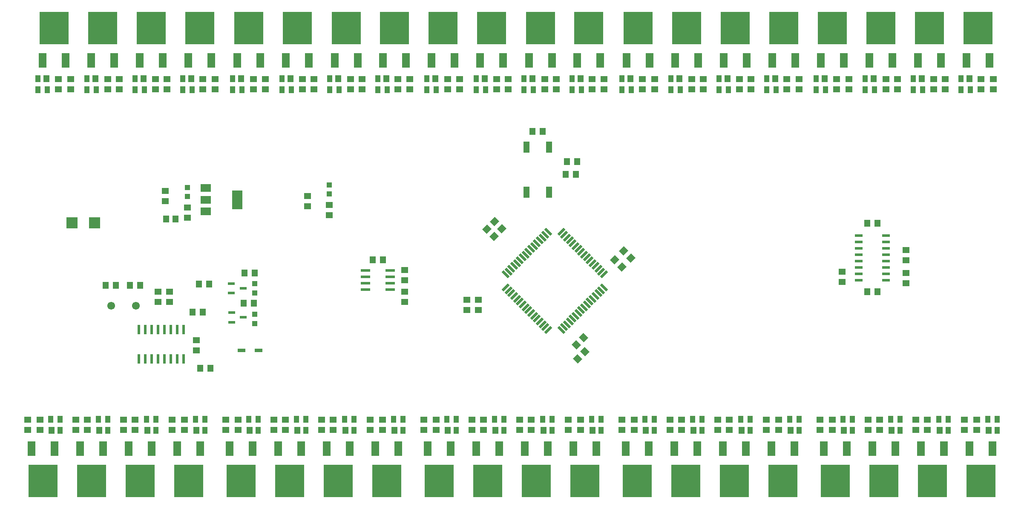
<source format=gtp>
G04*
G04 #@! TF.GenerationSoftware,Altium Limited,Altium Designer,21.4.1 (30)*
G04*
G04 Layer_Color=8421504*
%FSLAX44Y44*%
%MOMM*%
G71*
G04*
G04 #@! TF.SameCoordinates,06C005F6-D9AB-4DD0-9814-7D4EB34A58F7*
G04*
G04*
G04 #@! TF.FilePolarity,Positive*
G04*
G01*
G75*
%ADD24C,1.5500*%
G04:AMPARAMS|DCode=25|XSize=0.4826mm|YSize=1.778mm|CornerRadius=0mm|HoleSize=0mm|Usage=FLASHONLY|Rotation=45.000|XOffset=0mm|YOffset=0mm|HoleType=Round|Shape=Rectangle|*
%AMROTATEDRECTD25*
4,1,4,0.4580,-0.7992,-0.7992,0.4580,-0.4580,0.7992,0.7992,-0.4580,0.4580,-0.7992,0.0*
%
%ADD25ROTATEDRECTD25*%

G04:AMPARAMS|DCode=26|XSize=0.4826mm|YSize=1.778mm|CornerRadius=0mm|HoleSize=0mm|Usage=FLASHONLY|Rotation=135.000|XOffset=0mm|YOffset=0mm|HoleType=Round|Shape=Rectangle|*
%AMROTATEDRECTD26*
4,1,4,0.7992,0.4580,-0.4580,-0.7992,-0.7992,-0.4580,0.4580,0.7992,0.7992,0.4580,0.0*
%
%ADD26ROTATEDRECTD26*%

%ADD27R,2.0000X3.8000*%
%ADD28R,2.0000X1.5000*%
%ADD29R,1.0000X1.4400*%
%ADD30R,1.2000X1.4400*%
%ADD31R,1.5000X3.0000*%
%ADD32R,5.8000X6.4000*%
%ADD33R,1.2000X2.2500*%
%ADD34R,2.3000X2.3000*%
%ADD35R,1.3500X1.2000*%
%ADD36R,1.2000X1.3500*%
G04:AMPARAMS|DCode=37|XSize=1.35mm|YSize=1.2mm|CornerRadius=0mm|HoleSize=0mm|Usage=FLASHONLY|Rotation=45.000|XOffset=0mm|YOffset=0mm|HoleType=Round|Shape=Rectangle|*
%AMROTATEDRECTD37*
4,1,4,-0.0530,-0.9016,-0.9016,-0.0530,0.0530,0.9016,0.9016,0.0530,-0.0530,-0.9016,0.0*
%
%ADD37ROTATEDRECTD37*%

G04:AMPARAMS|DCode=38|XSize=1.35mm|YSize=1.2mm|CornerRadius=0mm|HoleSize=0mm|Usage=FLASHONLY|Rotation=315.000|XOffset=0mm|YOffset=0mm|HoleType=Round|Shape=Rectangle|*
%AMROTATEDRECTD38*
4,1,4,-0.9016,0.0530,-0.0530,0.9016,0.9016,-0.0530,0.0530,-0.9016,-0.9016,0.0530,0.0*
%
%ADD38ROTATEDRECTD38*%

%ADD39R,1.9812X0.5334*%
%ADD40R,1.6000X0.8000*%
%ADD41R,1.0000X1.0000*%
%ADD42R,1.5000X0.5500*%
%ADD43R,0.6000X1.8500*%
%ADD44R,1.4500X0.6000*%
D24*
X216900Y596900D02*
D03*
X265700D02*
D03*
D25*
X1145120Y582029D02*
D03*
X1156434Y593343D02*
D03*
X1111179Y548088D02*
D03*
X1128149Y565059D02*
D03*
X1116836Y553745D02*
D03*
X1133806Y570716D02*
D03*
X1139463Y576373D02*
D03*
X1122493Y559402D02*
D03*
X1150777Y587686D02*
D03*
X1162091Y599000D02*
D03*
X1167747Y604657D02*
D03*
X1196032Y632941D02*
D03*
X1184718Y621628D02*
D03*
X1179061Y615971D02*
D03*
X1173404Y610314D02*
D03*
X1190375Y627284D02*
D03*
X1000488Y658779D02*
D03*
X1006145Y664436D02*
D03*
X1011802Y670092D02*
D03*
X1017459Y675749D02*
D03*
X1023116Y681406D02*
D03*
X1028773Y687063D02*
D03*
X1034429Y692720D02*
D03*
X1040086Y698377D02*
D03*
X1045743Y704034D02*
D03*
X1051400Y709690D02*
D03*
X1057057Y715347D02*
D03*
X1062714Y721004D02*
D03*
X1068371Y726661D02*
D03*
X1074027Y732318D02*
D03*
X1079684Y737975D02*
D03*
X1085341Y743632D02*
D03*
D26*
X1111179D02*
D03*
X1116836Y737975D02*
D03*
X1122493Y732318D02*
D03*
X1128149Y726661D02*
D03*
X1133806Y721004D02*
D03*
X1139463Y715347D02*
D03*
X1145120Y709690D02*
D03*
X1150777Y704034D02*
D03*
X1156434Y698377D02*
D03*
X1162091Y692720D02*
D03*
X1167747Y687063D02*
D03*
X1173404Y681406D02*
D03*
X1179061Y675749D02*
D03*
X1184718Y670092D02*
D03*
X1190375Y664436D02*
D03*
X1196032Y658779D02*
D03*
X1085341Y548088D02*
D03*
X1079684Y553745D02*
D03*
X1074027Y559402D02*
D03*
X1068371Y565059D02*
D03*
X1062714Y570716D02*
D03*
X1057057Y576373D02*
D03*
X1051400Y582029D02*
D03*
X1045743Y587686D02*
D03*
X1040086Y593343D02*
D03*
X1034429Y599000D02*
D03*
X1028773Y604657D02*
D03*
X1023116Y610314D02*
D03*
X1017459Y615971D02*
D03*
X1011802Y621628D02*
D03*
X1006145Y627284D02*
D03*
X1000488Y632941D02*
D03*
D27*
X467110Y807720D02*
D03*
D28*
X404110Y784720D02*
D03*
Y807720D02*
D03*
Y830720D02*
D03*
D29*
X384200Y370410D02*
D03*
X403200D02*
D03*
Y348410D02*
D03*
X777900Y370410D02*
D03*
X796900D02*
D03*
Y348410D02*
D03*
X1171600Y370410D02*
D03*
X1190600D02*
D03*
Y348410D02*
D03*
X1565300Y370410D02*
D03*
X1584300D02*
D03*
Y348410D02*
D03*
X1959000Y370410D02*
D03*
X1978000D02*
D03*
Y348410D02*
D03*
X286410Y370410D02*
D03*
X305410D02*
D03*
Y348410D02*
D03*
X680110Y370410D02*
D03*
X699110D02*
D03*
Y348410D02*
D03*
X1073810Y370410D02*
D03*
X1092810D02*
D03*
Y348410D02*
D03*
X1467510Y370410D02*
D03*
X1486510D02*
D03*
Y348410D02*
D03*
X1861210Y370410D02*
D03*
X1880210D02*
D03*
Y348410D02*
D03*
X191160Y370410D02*
D03*
X210160D02*
D03*
Y348410D02*
D03*
X584860Y370410D02*
D03*
X603860D02*
D03*
Y348410D02*
D03*
X978560Y370410D02*
D03*
X997560D02*
D03*
Y348410D02*
D03*
X1372260Y370410D02*
D03*
X1391260D02*
D03*
Y348410D02*
D03*
X1765960Y370410D02*
D03*
X1784960D02*
D03*
Y348410D02*
D03*
X95910Y370410D02*
D03*
X114910D02*
D03*
Y348410D02*
D03*
X489610Y370410D02*
D03*
X508610D02*
D03*
Y348410D02*
D03*
X883310Y370410D02*
D03*
X902310D02*
D03*
Y348410D02*
D03*
X1277010Y370410D02*
D03*
X1296010D02*
D03*
Y348410D02*
D03*
X1670710Y370410D02*
D03*
X1689710D02*
D03*
Y348410D02*
D03*
X1636370Y1026840D02*
D03*
X1617370D02*
D03*
Y1048840D02*
D03*
X1250290Y1026840D02*
D03*
X1231290D02*
D03*
Y1048840D02*
D03*
X862940Y1026840D02*
D03*
X843940D02*
D03*
Y1048840D02*
D03*
X476860Y1026608D02*
D03*
X457860D02*
D03*
Y1048608D02*
D03*
X89510Y1026840D02*
D03*
X70510D02*
D03*
Y1048840D02*
D03*
X1734160Y1026840D02*
D03*
X1715160D02*
D03*
Y1048840D02*
D03*
X1348080Y1026840D02*
D03*
X1329080D02*
D03*
Y1048840D02*
D03*
X960730Y1026840D02*
D03*
X941730D02*
D03*
Y1048840D02*
D03*
X574650Y1026608D02*
D03*
X555650D02*
D03*
Y1048608D02*
D03*
X187300Y1026840D02*
D03*
X168300D02*
D03*
Y1048840D02*
D03*
X1829410Y1026840D02*
D03*
X1810410D02*
D03*
Y1048840D02*
D03*
X1443330Y1026840D02*
D03*
X1424330D02*
D03*
Y1048840D02*
D03*
X1055980Y1026840D02*
D03*
X1036980D02*
D03*
Y1048840D02*
D03*
X669900Y1026608D02*
D03*
X650900D02*
D03*
Y1048608D02*
D03*
X282550Y1026840D02*
D03*
X263550D02*
D03*
Y1048840D02*
D03*
X1924660Y1026840D02*
D03*
X1905660D02*
D03*
Y1048840D02*
D03*
X1538580Y1026840D02*
D03*
X1519580D02*
D03*
Y1048840D02*
D03*
X1151230Y1026840D02*
D03*
X1132230D02*
D03*
Y1048840D02*
D03*
X765150Y1026608D02*
D03*
X746150D02*
D03*
Y1048608D02*
D03*
X377800Y1026840D02*
D03*
X358800D02*
D03*
Y1048840D02*
D03*
D30*
X386200Y348410D02*
D03*
X779900D02*
D03*
X1173600D02*
D03*
X1567300D02*
D03*
X1961000D02*
D03*
X288410D02*
D03*
X682110D02*
D03*
X1075810D02*
D03*
X1469510D02*
D03*
X1863210D02*
D03*
X193160D02*
D03*
X586860D02*
D03*
X980560D02*
D03*
X1374260D02*
D03*
X1767960D02*
D03*
X97910D02*
D03*
X491610D02*
D03*
X885310D02*
D03*
X1279010D02*
D03*
X1672710D02*
D03*
X1634370Y1048840D02*
D03*
X1248290D02*
D03*
X860940D02*
D03*
X474860Y1048608D02*
D03*
X87510Y1048840D02*
D03*
X1732160D02*
D03*
X1346080D02*
D03*
X958730D02*
D03*
X572650Y1048608D02*
D03*
X185300Y1048840D02*
D03*
X1827410D02*
D03*
X1441330D02*
D03*
X1053980D02*
D03*
X667900Y1048608D02*
D03*
X280550Y1048840D02*
D03*
X1922660D02*
D03*
X1536580D02*
D03*
X1149230D02*
D03*
X763150Y1048608D02*
D03*
X375800Y1048840D02*
D03*
D31*
X393640Y312420D02*
D03*
X348040D02*
D03*
X787340D02*
D03*
X741740D02*
D03*
X1181040D02*
D03*
X1135440D02*
D03*
X1574740D02*
D03*
X1529140D02*
D03*
X1968440D02*
D03*
X1922840D02*
D03*
X297180D02*
D03*
X251580D02*
D03*
X690880D02*
D03*
X645280D02*
D03*
X1084580D02*
D03*
X1038980D02*
D03*
X1478280D02*
D03*
X1432680D02*
D03*
X1871980D02*
D03*
X1826380D02*
D03*
X200137D02*
D03*
X154537D02*
D03*
X593837D02*
D03*
X548237D02*
D03*
X987537D02*
D03*
X941937D02*
D03*
X1381237D02*
D03*
X1335637D02*
D03*
X1774937D02*
D03*
X1729337D02*
D03*
X104140D02*
D03*
X58540D02*
D03*
X497840D02*
D03*
X452240D02*
D03*
X891540D02*
D03*
X845940D02*
D03*
X1285240D02*
D03*
X1239640D02*
D03*
X1678940D02*
D03*
X1633340D02*
D03*
X1626930Y1084830D02*
D03*
X1672530D02*
D03*
X1240850D02*
D03*
X1286450D02*
D03*
X853500D02*
D03*
X899100D02*
D03*
X467420Y1084598D02*
D03*
X513020D02*
D03*
X80070Y1084830D02*
D03*
X125670D02*
D03*
X1723390D02*
D03*
X1768990D02*
D03*
X1337310D02*
D03*
X1382910D02*
D03*
X949960D02*
D03*
X995560D02*
D03*
X563880Y1084598D02*
D03*
X609480D02*
D03*
X176530Y1084830D02*
D03*
X222130D02*
D03*
X1820433D02*
D03*
X1866033D02*
D03*
X1434353D02*
D03*
X1479953D02*
D03*
X1047003D02*
D03*
X1092603D02*
D03*
X660923Y1084598D02*
D03*
X706523D02*
D03*
X273573Y1084830D02*
D03*
X319173D02*
D03*
X1916430D02*
D03*
X1962030D02*
D03*
X1530350D02*
D03*
X1575950D02*
D03*
X1143000D02*
D03*
X1188600D02*
D03*
X756920Y1084598D02*
D03*
X802520D02*
D03*
X369570Y1084830D02*
D03*
X415170D02*
D03*
D32*
X370840Y247920D02*
D03*
X764540D02*
D03*
X1158240D02*
D03*
X1551940D02*
D03*
X1945640D02*
D03*
X274380D02*
D03*
X668080D02*
D03*
X1061780D02*
D03*
X1455480D02*
D03*
X1849180D02*
D03*
X177337D02*
D03*
X571037D02*
D03*
X964737D02*
D03*
X1358437D02*
D03*
X1752137D02*
D03*
X81340D02*
D03*
X475040D02*
D03*
X868740D02*
D03*
X1262440D02*
D03*
X1656140D02*
D03*
X1649730Y1149330D02*
D03*
X1263650D02*
D03*
X876300D02*
D03*
X490220Y1149098D02*
D03*
X102870Y1149330D02*
D03*
X1746190D02*
D03*
X1360110D02*
D03*
X972760D02*
D03*
X586680Y1149098D02*
D03*
X199330Y1149330D02*
D03*
X1843233D02*
D03*
X1457153D02*
D03*
X1069803D02*
D03*
X683723Y1149098D02*
D03*
X296373Y1149330D02*
D03*
X1939230D02*
D03*
X1553150D02*
D03*
X1165800D02*
D03*
X779720Y1149098D02*
D03*
X392370Y1149330D02*
D03*
D33*
X1041760Y822410D02*
D03*
Y912410D02*
D03*
X1086760D02*
D03*
Y822410D02*
D03*
D34*
X138790Y762000D02*
D03*
X183790D02*
D03*
D35*
X368300Y792480D02*
D03*
Y772160D02*
D03*
X650240Y797560D02*
D03*
Y777240D02*
D03*
X800100Y624840D02*
D03*
Y604520D02*
D03*
Y647700D02*
D03*
Y668020D02*
D03*
X1796030Y641120D02*
D03*
Y661440D02*
D03*
Y707160D02*
D03*
Y686840D02*
D03*
X1669600Y663980D02*
D03*
Y643660D02*
D03*
X323850Y805180D02*
D03*
Y825500D02*
D03*
X607060Y795020D02*
D03*
Y815340D02*
D03*
X946150Y608330D02*
D03*
Y588010D02*
D03*
X923290Y608330D02*
D03*
Y588010D02*
D03*
X386080Y508000D02*
D03*
Y528320D02*
D03*
X309880Y604520D02*
D03*
Y624840D02*
D03*
X332740Y604520D02*
D03*
Y624840D02*
D03*
X361950Y369570D02*
D03*
Y349250D02*
D03*
X755650Y369570D02*
D03*
Y349250D02*
D03*
X1149350Y369570D02*
D03*
Y349250D02*
D03*
X1543050Y369570D02*
D03*
Y349250D02*
D03*
X1936750Y369570D02*
D03*
Y349250D02*
D03*
X337820Y369570D02*
D03*
Y349250D02*
D03*
X731520Y369570D02*
D03*
Y349250D02*
D03*
X1125220Y369570D02*
D03*
Y349250D02*
D03*
X1518920Y369570D02*
D03*
Y349250D02*
D03*
X1912620Y369570D02*
D03*
Y349250D02*
D03*
X241300Y369570D02*
D03*
Y349250D02*
D03*
X635000Y369570D02*
D03*
Y349250D02*
D03*
X1028700Y369570D02*
D03*
Y349250D02*
D03*
X1422400Y369570D02*
D03*
Y349250D02*
D03*
X1816100Y369570D02*
D03*
Y349250D02*
D03*
X264160Y369570D02*
D03*
Y349250D02*
D03*
X657860Y369570D02*
D03*
Y349250D02*
D03*
X1051560Y369570D02*
D03*
Y349250D02*
D03*
X1445260Y369570D02*
D03*
Y349250D02*
D03*
X1838960Y369570D02*
D03*
Y349250D02*
D03*
X168910Y369570D02*
D03*
Y349250D02*
D03*
X562610Y369570D02*
D03*
Y349250D02*
D03*
X956310Y369570D02*
D03*
Y349250D02*
D03*
X1350010Y369570D02*
D03*
Y349250D02*
D03*
X1743710Y369570D02*
D03*
Y349250D02*
D03*
X146050Y369570D02*
D03*
Y349250D02*
D03*
X539750Y369570D02*
D03*
Y349250D02*
D03*
X933450Y369570D02*
D03*
Y349250D02*
D03*
X1327150Y369570D02*
D03*
Y349250D02*
D03*
X1720850Y369570D02*
D03*
Y349250D02*
D03*
X74930Y369570D02*
D03*
Y349250D02*
D03*
X468630Y369570D02*
D03*
Y349250D02*
D03*
X862330Y369570D02*
D03*
Y349250D02*
D03*
X1256030Y369570D02*
D03*
Y349250D02*
D03*
X1649730Y369570D02*
D03*
Y349250D02*
D03*
X50800Y369570D02*
D03*
Y349250D02*
D03*
X444500Y369570D02*
D03*
Y349250D02*
D03*
X838200Y369570D02*
D03*
Y349250D02*
D03*
X1231900Y369570D02*
D03*
Y349250D02*
D03*
X1625600Y369570D02*
D03*
Y349250D02*
D03*
X1658620Y1027680D02*
D03*
Y1048000D02*
D03*
X1272540Y1027680D02*
D03*
Y1048000D02*
D03*
X885190Y1027680D02*
D03*
Y1048000D02*
D03*
X499110Y1027448D02*
D03*
Y1047768D02*
D03*
X111760Y1027680D02*
D03*
Y1048000D02*
D03*
X1682750Y1027680D02*
D03*
Y1048000D02*
D03*
X1296670Y1027680D02*
D03*
Y1048000D02*
D03*
X909320Y1027680D02*
D03*
Y1048000D02*
D03*
X523240Y1027448D02*
D03*
Y1047768D02*
D03*
X135890Y1027680D02*
D03*
Y1048000D02*
D03*
X1779270Y1027680D02*
D03*
Y1048000D02*
D03*
X1393190Y1027680D02*
D03*
Y1048000D02*
D03*
X1005840Y1027680D02*
D03*
Y1048000D02*
D03*
X619760Y1027448D02*
D03*
Y1047768D02*
D03*
X232410Y1027680D02*
D03*
Y1048000D02*
D03*
X1756410Y1027680D02*
D03*
Y1048000D02*
D03*
X1370330Y1027680D02*
D03*
Y1048000D02*
D03*
X982980Y1027680D02*
D03*
Y1048000D02*
D03*
X596900Y1027448D02*
D03*
Y1047768D02*
D03*
X209550Y1027680D02*
D03*
Y1048000D02*
D03*
X1851660Y1027680D02*
D03*
Y1048000D02*
D03*
X1465580Y1027680D02*
D03*
Y1048000D02*
D03*
X1078230Y1027680D02*
D03*
Y1048000D02*
D03*
X692150Y1027448D02*
D03*
Y1047768D02*
D03*
X304800Y1027680D02*
D03*
Y1048000D02*
D03*
X1874520Y1027680D02*
D03*
Y1048000D02*
D03*
X1488440Y1027680D02*
D03*
Y1048000D02*
D03*
X1101090Y1027680D02*
D03*
Y1048000D02*
D03*
X715010Y1027448D02*
D03*
Y1047768D02*
D03*
X327660Y1027680D02*
D03*
Y1048000D02*
D03*
X1945640Y1027680D02*
D03*
Y1048000D02*
D03*
X1559560Y1027680D02*
D03*
Y1048000D02*
D03*
X1172210Y1027680D02*
D03*
Y1048000D02*
D03*
X786130Y1027448D02*
D03*
Y1047768D02*
D03*
X398780Y1027680D02*
D03*
Y1048000D02*
D03*
X1969770Y1027680D02*
D03*
Y1048000D02*
D03*
X1583690Y1027680D02*
D03*
Y1048000D02*
D03*
X1196340Y1027680D02*
D03*
Y1048000D02*
D03*
X810260Y1027448D02*
D03*
Y1047768D02*
D03*
X422910Y1027680D02*
D03*
Y1048000D02*
D03*
D36*
X1143000Y883920D02*
D03*
X1122680D02*
D03*
X1140460Y858520D02*
D03*
X1120140D02*
D03*
X378460Y584200D02*
D03*
X398780D02*
D03*
X391160Y640080D02*
D03*
X411480D02*
D03*
X500380Y601890D02*
D03*
X480060D02*
D03*
X501650Y661580D02*
D03*
X481330D02*
D03*
X1739760Y624610D02*
D03*
X1719440D02*
D03*
Y760500D02*
D03*
X1739760D02*
D03*
X414020Y472440D02*
D03*
X393700D02*
D03*
X1074420Y943610D02*
D03*
X1054100D02*
D03*
X756920Y688340D02*
D03*
X736600D02*
D03*
X274320Y637540D02*
D03*
X254000D02*
D03*
X205740D02*
D03*
X226060D02*
D03*
X344780Y769620D02*
D03*
X325780D02*
D03*
D37*
X1249244Y691316D02*
D03*
X1234876Y705684D02*
D03*
X992704Y749736D02*
D03*
X978336Y764104D02*
D03*
X1231464Y673536D02*
D03*
X1217096Y687904D02*
D03*
X977464Y734496D02*
D03*
X963096Y748864D02*
D03*
D38*
X1143436Y490656D02*
D03*
X1157804Y505024D02*
D03*
X1140896Y518596D02*
D03*
X1155264Y532964D02*
D03*
D39*
X771398Y666750D02*
D03*
Y654050D02*
D03*
Y641350D02*
D03*
Y628650D02*
D03*
X722122D02*
D03*
Y641350D02*
D03*
Y654050D02*
D03*
Y666750D02*
D03*
D40*
X509760Y508000D02*
D03*
X475760D02*
D03*
D41*
X368300Y832230D02*
D03*
Y813690D02*
D03*
X650240Y837310D02*
D03*
Y818770D02*
D03*
X501650Y561250D02*
D03*
Y579790D02*
D03*
Y621830D02*
D03*
Y640370D02*
D03*
D42*
X1702600Y736370D02*
D03*
Y723670D02*
D03*
Y710970D02*
D03*
Y698270D02*
D03*
Y685570D02*
D03*
Y672870D02*
D03*
Y660170D02*
D03*
Y647470D02*
D03*
X1756600Y736370D02*
D03*
Y723670D02*
D03*
Y710970D02*
D03*
Y698270D02*
D03*
Y685570D02*
D03*
Y672870D02*
D03*
Y660170D02*
D03*
Y647470D02*
D03*
D43*
X271810Y490680D02*
D03*
X284510D02*
D03*
X297210D02*
D03*
X309910D02*
D03*
X322610D02*
D03*
X335310D02*
D03*
X348010D02*
D03*
X360710D02*
D03*
X271810Y548680D02*
D03*
X284510D02*
D03*
X297210D02*
D03*
X309910D02*
D03*
X322610D02*
D03*
X335310D02*
D03*
X348010D02*
D03*
X360710D02*
D03*
D44*
X455930Y582790D02*
D03*
Y563790D02*
D03*
X479430Y573290D02*
D03*
X455290Y640600D02*
D03*
Y621600D02*
D03*
X478790Y631100D02*
D03*
M02*

</source>
